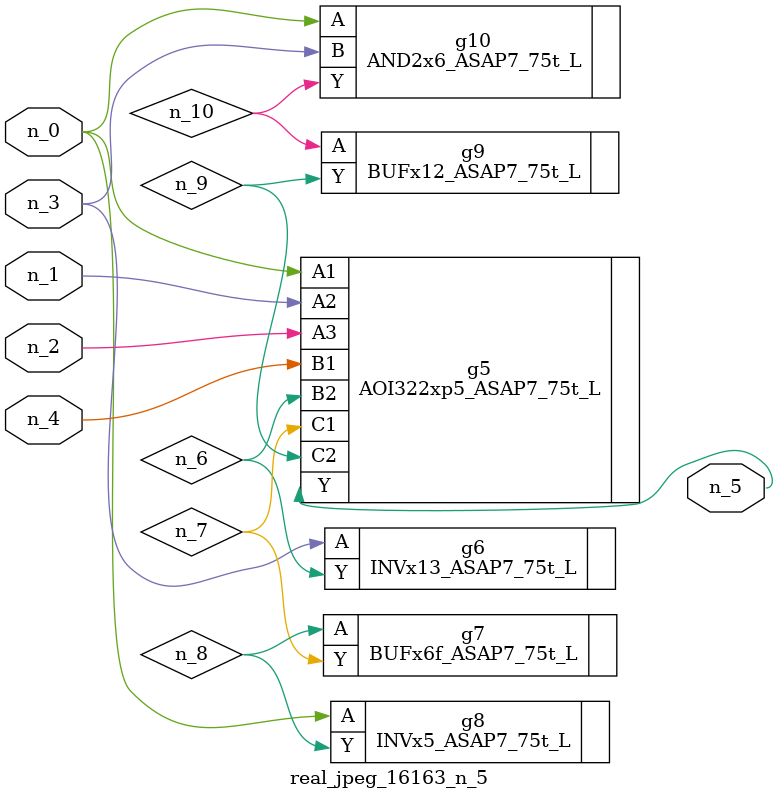
<source format=v>
module real_jpeg_16163_n_5 (n_4, n_0, n_1, n_2, n_3, n_5);

input n_4;
input n_0;
input n_1;
input n_2;
input n_3;

output n_5;

wire n_8;
wire n_6;
wire n_7;
wire n_10;
wire n_9;

AOI322xp5_ASAP7_75t_L g5 ( 
.A1(n_0),
.A2(n_1),
.A3(n_2),
.B1(n_4),
.B2(n_6),
.C1(n_7),
.C2(n_9),
.Y(n_5)
);

INVx5_ASAP7_75t_L g8 ( 
.A(n_0),
.Y(n_8)
);

AND2x6_ASAP7_75t_L g10 ( 
.A(n_0),
.B(n_3),
.Y(n_10)
);

INVx13_ASAP7_75t_L g6 ( 
.A(n_3),
.Y(n_6)
);

BUFx6f_ASAP7_75t_L g7 ( 
.A(n_8),
.Y(n_7)
);

BUFx12_ASAP7_75t_L g9 ( 
.A(n_10),
.Y(n_9)
);


endmodule
</source>
